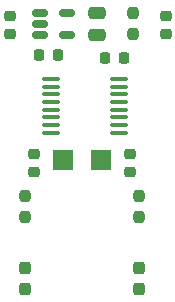
<source format=gbr>
%TF.GenerationSoftware,KiCad,Pcbnew,7.0.7*%
%TF.CreationDate,2024-07-05T12:18:51-04:00*%
%TF.ProjectId,MSP430FR21_Breakout,4d535034-3330-4465-9232-315f42726561,rev?*%
%TF.SameCoordinates,Original*%
%TF.FileFunction,Paste,Top*%
%TF.FilePolarity,Positive*%
%FSLAX46Y46*%
G04 Gerber Fmt 4.6, Leading zero omitted, Abs format (unit mm)*
G04 Created by KiCad (PCBNEW 7.0.7) date 2024-07-05 12:18:51*
%MOMM*%
%LPD*%
G01*
G04 APERTURE LIST*
G04 Aperture macros list*
%AMRoundRect*
0 Rectangle with rounded corners*
0 $1 Rounding radius*
0 $2 $3 $4 $5 $6 $7 $8 $9 X,Y pos of 4 corners*
0 Add a 4 corners polygon primitive as box body*
4,1,4,$2,$3,$4,$5,$6,$7,$8,$9,$2,$3,0*
0 Add four circle primitives for the rounded corners*
1,1,$1+$1,$2,$3*
1,1,$1+$1,$4,$5*
1,1,$1+$1,$6,$7*
1,1,$1+$1,$8,$9*
0 Add four rect primitives between the rounded corners*
20,1,$1+$1,$2,$3,$4,$5,0*
20,1,$1+$1,$4,$5,$6,$7,0*
20,1,$1+$1,$6,$7,$8,$9,0*
20,1,$1+$1,$8,$9,$2,$3,0*%
G04 Aperture macros list end*
%ADD10RoundRect,0.225000X-0.250000X0.225000X-0.250000X-0.225000X0.250000X-0.225000X0.250000X0.225000X0*%
%ADD11RoundRect,0.100000X0.637500X0.100000X-0.637500X0.100000X-0.637500X-0.100000X0.637500X-0.100000X0*%
%ADD12RoundRect,0.225000X0.250000X-0.225000X0.250000X0.225000X-0.250000X0.225000X-0.250000X-0.225000X0*%
%ADD13RoundRect,0.150000X-0.512500X-0.150000X0.512500X-0.150000X0.512500X0.150000X-0.512500X0.150000X0*%
%ADD14R,1.750000X1.800000*%
%ADD15RoundRect,0.237500X-0.237500X0.250000X-0.237500X-0.250000X0.237500X-0.250000X0.237500X0.250000X0*%
%ADD16RoundRect,0.237500X0.237500X-0.287500X0.237500X0.287500X-0.237500X0.287500X-0.237500X-0.287500X0*%
%ADD17RoundRect,0.250000X-0.475000X0.250000X-0.475000X-0.250000X0.475000X-0.250000X0.475000X0.250000X0*%
%ADD18RoundRect,0.225000X-0.225000X-0.250000X0.225000X-0.250000X0.225000X0.250000X-0.225000X0.250000X0*%
%ADD19RoundRect,0.225000X0.225000X0.250000X-0.225000X0.250000X-0.225000X-0.250000X0.225000X-0.250000X0*%
G04 APERTURE END LIST*
D10*
%TO.C,C6*%
X138684000Y-79248000D03*
X138684000Y-80798000D03*
%TD*%
D11*
%TO.C,U1*%
X147896500Y-89143000D03*
X147896500Y-88493000D03*
X147896500Y-87843000D03*
X147896500Y-87193000D03*
X147896500Y-86543000D03*
X147896500Y-85893000D03*
X147896500Y-85243000D03*
X147896500Y-84593000D03*
X142171500Y-84593000D03*
X142171500Y-85243000D03*
X142171500Y-85893000D03*
X142171500Y-86543000D03*
X142171500Y-87193000D03*
X142171500Y-87843000D03*
X142171500Y-88493000D03*
X142171500Y-89143000D03*
%TD*%
D12*
%TO.C,C5*%
X151892000Y-80798000D03*
X151892000Y-79248000D03*
%TD*%
D13*
%TO.C,U2*%
X141224000Y-78994000D03*
X141224000Y-79944000D03*
X141224000Y-80894000D03*
X143499000Y-80894000D03*
X143499000Y-78994000D03*
%TD*%
D14*
%TO.C,Y1*%
X146405000Y-91440000D03*
X143155000Y-91440000D03*
%TD*%
D15*
%TO.C,R2*%
X149606000Y-94488000D03*
X149606000Y-96313000D03*
%TD*%
D16*
%TO.C,D2*%
X139954000Y-102334000D03*
X139954000Y-100584000D03*
%TD*%
D10*
%TO.C,C3*%
X140716000Y-90932000D03*
X140716000Y-92482000D03*
%TD*%
D17*
%TO.C,C1*%
X146050000Y-78994000D03*
X146050000Y-80894000D03*
%TD*%
D16*
%TO.C,D1*%
X149606000Y-102334000D03*
X149606000Y-100584000D03*
%TD*%
D18*
%TO.C,C2*%
X146786000Y-82804000D03*
X148336000Y-82804000D03*
%TD*%
D12*
%TO.C,C4*%
X148844000Y-92482000D03*
X148844000Y-90932000D03*
%TD*%
D15*
%TO.C,R3*%
X139954000Y-94488000D03*
X139954000Y-96313000D03*
%TD*%
D19*
%TO.C,C7*%
X142748000Y-82550000D03*
X141198000Y-82550000D03*
%TD*%
D15*
%TO.C,R1*%
X149098000Y-78994000D03*
X149098000Y-80819000D03*
%TD*%
M02*

</source>
